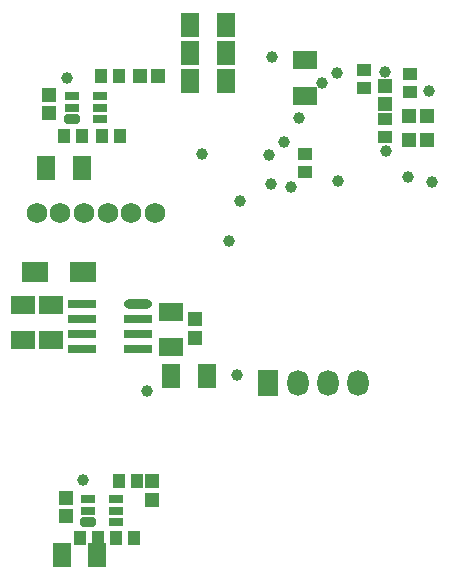
<source format=gbs>
G04 Layer_Color=16711935*
%FSLAX25Y25*%
%MOIN*%
G70*
G01*
G75*
%ADD36C,0.06800*%
%ADD37O,0.07099X0.08674*%
%ADD38R,0.07099X0.08674*%
%ADD39C,0.03950*%
G04:AMPARAMS|DCode=40|XSize=31.62mil|YSize=55.24mil|CornerRadius=0mil|HoleSize=0mil|Usage=FLASHONLY|Rotation=270.000|XOffset=0mil|YOffset=0mil|HoleType=Round|Shape=Octagon|*
%AMOCTAGOND40*
4,1,8,0.02762,0.00791,0.02762,-0.00791,0.01972,-0.01581,-0.01972,-0.01581,-0.02762,-0.00791,-0.02762,0.00791,-0.01972,0.01581,0.01972,0.01581,0.02762,0.00791,0.0*
%
%ADD40OCTAGOND40*%

%ADD41R,0.05131X0.03162*%
%ADD42R,0.04737X0.04934*%
%ADD43R,0.04934X0.04737*%
%ADD44R,0.07887X0.05918*%
%ADD45R,0.05918X0.07887*%
%ADD46R,0.04540X0.04343*%
%ADD47R,0.04343X0.04540*%
%ADD48R,0.09055X0.07087*%
%ADD49R,0.09461X0.03162*%
%ADD50O,0.09461X0.03162*%
G54D36*
X22047Y122441D02*
D03*
X29921D02*
D03*
X53543D02*
D03*
X14173D02*
D03*
X45669D02*
D03*
X37795D02*
D03*
G54D37*
X121339Y65748D02*
D03*
X111339D02*
D03*
X101339D02*
D03*
G54D38*
X91339D02*
D03*
G54D39*
X144882Y162992D02*
D03*
X98819Y131102D02*
D03*
X130315Y169291D02*
D03*
X92126Y131890D02*
D03*
X91732Y141732D02*
D03*
X92520Y174409D02*
D03*
X96456Y146063D02*
D03*
X29528Y33465D02*
D03*
X24409Y167323D02*
D03*
X81890Y126378D02*
D03*
X78347Y112992D02*
D03*
X130709Y142913D02*
D03*
X114567Y133071D02*
D03*
X146063Y132677D02*
D03*
X81102Y68504D02*
D03*
X50787Y62992D02*
D03*
X114173Y168898D02*
D03*
X109308Y165653D02*
D03*
X137795Y134252D02*
D03*
X101575Y153937D02*
D03*
X69291Y142126D02*
D03*
G54D40*
X31193Y19457D02*
D03*
X25984Y153740D02*
D03*
G54D41*
X31193Y23197D02*
D03*
Y26937D02*
D03*
X40642D02*
D03*
Y23197D02*
D03*
Y19457D02*
D03*
X25984Y157480D02*
D03*
Y161221D02*
D03*
X35433D02*
D03*
Y157480D02*
D03*
Y153740D02*
D03*
G54D42*
X130315Y164862D02*
D03*
Y158760D02*
D03*
X18110Y161713D02*
D03*
Y155610D02*
D03*
X52756Y26870D02*
D03*
Y32972D02*
D03*
X66929Y86910D02*
D03*
Y80807D02*
D03*
X24016Y27461D02*
D03*
Y21358D02*
D03*
G54D43*
X144390Y154724D02*
D03*
X138287D02*
D03*
X144390Y146850D02*
D03*
X138287D02*
D03*
X48524Y168110D02*
D03*
X54626D02*
D03*
G54D44*
X103543Y173228D02*
D03*
Y161417D02*
D03*
X59055Y89370D02*
D03*
Y77559D02*
D03*
X18898Y91732D02*
D03*
Y79921D02*
D03*
X9449Y91732D02*
D03*
Y79921D02*
D03*
G54D45*
X34252Y8268D02*
D03*
X22441D02*
D03*
X29134Y137402D02*
D03*
X17323D02*
D03*
X70866Y68110D02*
D03*
X59055D02*
D03*
X77165Y175591D02*
D03*
X65354D02*
D03*
X77165Y185039D02*
D03*
X65354D02*
D03*
X77165Y166535D02*
D03*
X65354D02*
D03*
G54D46*
X123228Y163976D02*
D03*
Y169882D02*
D03*
X138583Y162795D02*
D03*
Y168701D02*
D03*
X130315Y147835D02*
D03*
Y153740D02*
D03*
X103543Y136024D02*
D03*
Y141929D02*
D03*
G54D47*
X29331Y148031D02*
D03*
X23425D02*
D03*
X36024D02*
D03*
X41929D02*
D03*
X35630Y168110D02*
D03*
X41535D02*
D03*
X34449Y14173D02*
D03*
X28543D02*
D03*
X40748D02*
D03*
X46654D02*
D03*
X41535Y33071D02*
D03*
X47441D02*
D03*
G54D48*
X29724Y102756D02*
D03*
X13583D02*
D03*
G54D49*
X29134Y77146D02*
D03*
Y82146D02*
D03*
Y87146D02*
D03*
Y92146D02*
D03*
X48031Y77146D02*
D03*
Y82146D02*
D03*
Y87146D02*
D03*
G54D50*
Y92146D02*
D03*
M02*

</source>
